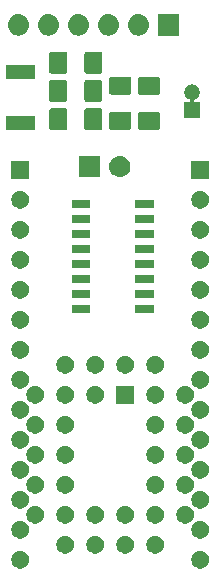
<source format=gts>
G04 #@! TF.GenerationSoftware,KiCad,Pcbnew,(5.1.0)-1*
G04 #@! TF.CreationDate,2021-03-09T16:36:58+01:00*
G04 #@! TF.ProjectId,Atari TTP and OS,41746172-6920-4545-9450-20616e64204f,rev?*
G04 #@! TF.SameCoordinates,Original*
G04 #@! TF.FileFunction,Soldermask,Top*
G04 #@! TF.FilePolarity,Negative*
%FSLAX46Y46*%
G04 Gerber Fmt 4.6, Leading zero omitted, Abs format (unit mm)*
G04 Created by KiCad (PCBNEW (5.1.0)-1) date 2021-03-09 16:36:58*
%MOMM*%
%LPD*%
G04 APERTURE LIST*
%ADD10C,0.100000*%
G04 APERTURE END LIST*
D10*
G36*
X140100125Y-102162490D02*
G01*
X140238838Y-102219947D01*
X140363672Y-102303358D01*
X140469842Y-102409528D01*
X140553253Y-102534362D01*
X140610710Y-102673075D01*
X140640000Y-102820329D01*
X140640000Y-102970471D01*
X140610710Y-103117725D01*
X140553253Y-103256438D01*
X140469842Y-103381272D01*
X140363672Y-103487442D01*
X140238838Y-103570853D01*
X140100125Y-103628310D01*
X139952871Y-103657600D01*
X139802729Y-103657600D01*
X139655475Y-103628310D01*
X139516762Y-103570853D01*
X139391928Y-103487442D01*
X139285758Y-103381272D01*
X139202347Y-103256438D01*
X139144890Y-103117725D01*
X139115600Y-102970471D01*
X139115600Y-102820329D01*
X139144890Y-102673075D01*
X139202347Y-102534362D01*
X139285758Y-102409528D01*
X139391928Y-102303358D01*
X139516762Y-102219947D01*
X139655475Y-102162490D01*
X139802729Y-102133200D01*
X139952871Y-102133200D01*
X140100125Y-102162490D01*
X140100125Y-102162490D01*
G37*
G36*
X124860125Y-102162490D02*
G01*
X124998838Y-102219947D01*
X125123672Y-102303358D01*
X125229842Y-102409528D01*
X125313253Y-102534362D01*
X125370710Y-102673075D01*
X125400000Y-102820329D01*
X125400000Y-102970471D01*
X125370710Y-103117725D01*
X125313253Y-103256438D01*
X125229842Y-103381272D01*
X125123672Y-103487442D01*
X124998838Y-103570853D01*
X124860125Y-103628310D01*
X124712871Y-103657600D01*
X124562729Y-103657600D01*
X124415475Y-103628310D01*
X124276762Y-103570853D01*
X124151928Y-103487442D01*
X124045758Y-103381272D01*
X123962347Y-103256438D01*
X123904890Y-103117725D01*
X123875600Y-102970471D01*
X123875600Y-102820329D01*
X123904890Y-102673075D01*
X123962347Y-102534362D01*
X124045758Y-102409528D01*
X124151928Y-102303358D01*
X124276762Y-102219947D01*
X124415475Y-102162490D01*
X124562729Y-102133200D01*
X124712871Y-102133200D01*
X124860125Y-102162490D01*
X124860125Y-102162490D01*
G37*
G36*
X136290125Y-100892490D02*
G01*
X136428838Y-100949947D01*
X136553672Y-101033358D01*
X136659842Y-101139528D01*
X136743253Y-101264362D01*
X136800710Y-101403075D01*
X136830000Y-101550329D01*
X136830000Y-101700471D01*
X136800710Y-101847725D01*
X136743253Y-101986438D01*
X136659842Y-102111272D01*
X136553672Y-102217442D01*
X136428838Y-102300853D01*
X136290125Y-102358310D01*
X136142871Y-102387600D01*
X135992729Y-102387600D01*
X135845475Y-102358310D01*
X135706762Y-102300853D01*
X135581928Y-102217442D01*
X135475758Y-102111272D01*
X135392347Y-101986438D01*
X135334890Y-101847725D01*
X135305600Y-101700471D01*
X135305600Y-101550329D01*
X135334890Y-101403075D01*
X135392347Y-101264362D01*
X135475758Y-101139528D01*
X135581928Y-101033358D01*
X135706762Y-100949947D01*
X135845475Y-100892490D01*
X135992729Y-100863200D01*
X136142871Y-100863200D01*
X136290125Y-100892490D01*
X136290125Y-100892490D01*
G37*
G36*
X133750125Y-100892490D02*
G01*
X133888838Y-100949947D01*
X134013672Y-101033358D01*
X134119842Y-101139528D01*
X134203253Y-101264362D01*
X134260710Y-101403075D01*
X134290000Y-101550329D01*
X134290000Y-101700471D01*
X134260710Y-101847725D01*
X134203253Y-101986438D01*
X134119842Y-102111272D01*
X134013672Y-102217442D01*
X133888838Y-102300853D01*
X133750125Y-102358310D01*
X133602871Y-102387600D01*
X133452729Y-102387600D01*
X133305475Y-102358310D01*
X133166762Y-102300853D01*
X133041928Y-102217442D01*
X132935758Y-102111272D01*
X132852347Y-101986438D01*
X132794890Y-101847725D01*
X132765600Y-101700471D01*
X132765600Y-101550329D01*
X132794890Y-101403075D01*
X132852347Y-101264362D01*
X132935758Y-101139528D01*
X133041928Y-101033358D01*
X133166762Y-100949947D01*
X133305475Y-100892490D01*
X133452729Y-100863200D01*
X133602871Y-100863200D01*
X133750125Y-100892490D01*
X133750125Y-100892490D01*
G37*
G36*
X131210125Y-100892490D02*
G01*
X131348838Y-100949947D01*
X131473672Y-101033358D01*
X131579842Y-101139528D01*
X131663253Y-101264362D01*
X131720710Y-101403075D01*
X131750000Y-101550329D01*
X131750000Y-101700471D01*
X131720710Y-101847725D01*
X131663253Y-101986438D01*
X131579842Y-102111272D01*
X131473672Y-102217442D01*
X131348838Y-102300853D01*
X131210125Y-102358310D01*
X131062871Y-102387600D01*
X130912729Y-102387600D01*
X130765475Y-102358310D01*
X130626762Y-102300853D01*
X130501928Y-102217442D01*
X130395758Y-102111272D01*
X130312347Y-101986438D01*
X130254890Y-101847725D01*
X130225600Y-101700471D01*
X130225600Y-101550329D01*
X130254890Y-101403075D01*
X130312347Y-101264362D01*
X130395758Y-101139528D01*
X130501928Y-101033358D01*
X130626762Y-100949947D01*
X130765475Y-100892490D01*
X130912729Y-100863200D01*
X131062871Y-100863200D01*
X131210125Y-100892490D01*
X131210125Y-100892490D01*
G37*
G36*
X128670125Y-100892490D02*
G01*
X128808838Y-100949947D01*
X128933672Y-101033358D01*
X129039842Y-101139528D01*
X129123253Y-101264362D01*
X129180710Y-101403075D01*
X129210000Y-101550329D01*
X129210000Y-101700471D01*
X129180710Y-101847725D01*
X129123253Y-101986438D01*
X129039842Y-102111272D01*
X128933672Y-102217442D01*
X128808838Y-102300853D01*
X128670125Y-102358310D01*
X128522871Y-102387600D01*
X128372729Y-102387600D01*
X128225475Y-102358310D01*
X128086762Y-102300853D01*
X127961928Y-102217442D01*
X127855758Y-102111272D01*
X127772347Y-101986438D01*
X127714890Y-101847725D01*
X127685600Y-101700471D01*
X127685600Y-101550329D01*
X127714890Y-101403075D01*
X127772347Y-101264362D01*
X127855758Y-101139528D01*
X127961928Y-101033358D01*
X128086762Y-100949947D01*
X128225475Y-100892490D01*
X128372729Y-100863200D01*
X128522871Y-100863200D01*
X128670125Y-100892490D01*
X128670125Y-100892490D01*
G37*
G36*
X140100125Y-99622490D02*
G01*
X140238838Y-99679947D01*
X140363672Y-99763358D01*
X140469842Y-99869528D01*
X140553253Y-99994362D01*
X140610710Y-100133075D01*
X140640000Y-100280329D01*
X140640000Y-100430471D01*
X140610710Y-100577725D01*
X140553253Y-100716438D01*
X140469842Y-100841272D01*
X140363672Y-100947442D01*
X140238838Y-101030853D01*
X140100125Y-101088310D01*
X139952871Y-101117600D01*
X139802729Y-101117600D01*
X139655475Y-101088310D01*
X139516762Y-101030853D01*
X139391928Y-100947442D01*
X139285758Y-100841272D01*
X139202347Y-100716438D01*
X139144890Y-100577725D01*
X139115600Y-100430471D01*
X139115600Y-100280329D01*
X139144890Y-100133075D01*
X139202347Y-99994362D01*
X139285758Y-99869528D01*
X139391928Y-99763358D01*
X139516762Y-99679947D01*
X139655475Y-99622490D01*
X139802729Y-99593200D01*
X139952871Y-99593200D01*
X140100125Y-99622490D01*
X140100125Y-99622490D01*
G37*
G36*
X124860125Y-99622490D02*
G01*
X124998838Y-99679947D01*
X125123672Y-99763358D01*
X125229842Y-99869528D01*
X125313253Y-99994362D01*
X125370710Y-100133075D01*
X125400000Y-100280329D01*
X125400000Y-100430471D01*
X125370710Y-100577725D01*
X125313253Y-100716438D01*
X125229842Y-100841272D01*
X125123672Y-100947442D01*
X124998838Y-101030853D01*
X124860125Y-101088310D01*
X124712871Y-101117600D01*
X124562729Y-101117600D01*
X124415475Y-101088310D01*
X124276762Y-101030853D01*
X124151928Y-100947442D01*
X124045758Y-100841272D01*
X123962347Y-100716438D01*
X123904890Y-100577725D01*
X123875600Y-100430471D01*
X123875600Y-100280329D01*
X123904890Y-100133075D01*
X123962347Y-99994362D01*
X124045758Y-99869528D01*
X124151928Y-99763358D01*
X124276762Y-99679947D01*
X124415475Y-99622490D01*
X124562729Y-99593200D01*
X124712871Y-99593200D01*
X124860125Y-99622490D01*
X124860125Y-99622490D01*
G37*
G36*
X136290125Y-98352490D02*
G01*
X136428838Y-98409947D01*
X136553672Y-98493358D01*
X136659842Y-98599528D01*
X136743253Y-98724362D01*
X136800710Y-98863075D01*
X136830000Y-99010329D01*
X136830000Y-99160471D01*
X136800710Y-99307725D01*
X136743253Y-99446438D01*
X136659842Y-99571272D01*
X136553672Y-99677442D01*
X136428838Y-99760853D01*
X136290125Y-99818310D01*
X136142871Y-99847600D01*
X135992729Y-99847600D01*
X135845475Y-99818310D01*
X135706762Y-99760853D01*
X135581928Y-99677442D01*
X135475758Y-99571272D01*
X135392347Y-99446438D01*
X135334890Y-99307725D01*
X135305600Y-99160471D01*
X135305600Y-99010329D01*
X135334890Y-98863075D01*
X135392347Y-98724362D01*
X135475758Y-98599528D01*
X135581928Y-98493358D01*
X135706762Y-98409947D01*
X135845475Y-98352490D01*
X135992729Y-98323200D01*
X136142871Y-98323200D01*
X136290125Y-98352490D01*
X136290125Y-98352490D01*
G37*
G36*
X138830125Y-98352490D02*
G01*
X138968838Y-98409947D01*
X139093672Y-98493358D01*
X139199842Y-98599528D01*
X139283253Y-98724362D01*
X139340710Y-98863075D01*
X139370000Y-99010329D01*
X139370000Y-99160471D01*
X139340710Y-99307725D01*
X139283253Y-99446438D01*
X139199842Y-99571272D01*
X139093672Y-99677442D01*
X138968838Y-99760853D01*
X138830125Y-99818310D01*
X138682871Y-99847600D01*
X138532729Y-99847600D01*
X138385475Y-99818310D01*
X138246762Y-99760853D01*
X138121928Y-99677442D01*
X138015758Y-99571272D01*
X137932347Y-99446438D01*
X137874890Y-99307725D01*
X137845600Y-99160471D01*
X137845600Y-99010329D01*
X137874890Y-98863075D01*
X137932347Y-98724362D01*
X138015758Y-98599528D01*
X138121928Y-98493358D01*
X138246762Y-98409947D01*
X138385475Y-98352490D01*
X138532729Y-98323200D01*
X138682871Y-98323200D01*
X138830125Y-98352490D01*
X138830125Y-98352490D01*
G37*
G36*
X133750125Y-98352490D02*
G01*
X133888838Y-98409947D01*
X134013672Y-98493358D01*
X134119842Y-98599528D01*
X134203253Y-98724362D01*
X134260710Y-98863075D01*
X134290000Y-99010329D01*
X134290000Y-99160471D01*
X134260710Y-99307725D01*
X134203253Y-99446438D01*
X134119842Y-99571272D01*
X134013672Y-99677442D01*
X133888838Y-99760853D01*
X133750125Y-99818310D01*
X133602871Y-99847600D01*
X133452729Y-99847600D01*
X133305475Y-99818310D01*
X133166762Y-99760853D01*
X133041928Y-99677442D01*
X132935758Y-99571272D01*
X132852347Y-99446438D01*
X132794890Y-99307725D01*
X132765600Y-99160471D01*
X132765600Y-99010329D01*
X132794890Y-98863075D01*
X132852347Y-98724362D01*
X132935758Y-98599528D01*
X133041928Y-98493358D01*
X133166762Y-98409947D01*
X133305475Y-98352490D01*
X133452729Y-98323200D01*
X133602871Y-98323200D01*
X133750125Y-98352490D01*
X133750125Y-98352490D01*
G37*
G36*
X126130125Y-98352490D02*
G01*
X126268838Y-98409947D01*
X126393672Y-98493358D01*
X126499842Y-98599528D01*
X126583253Y-98724362D01*
X126640710Y-98863075D01*
X126670000Y-99010329D01*
X126670000Y-99160471D01*
X126640710Y-99307725D01*
X126583253Y-99446438D01*
X126499842Y-99571272D01*
X126393672Y-99677442D01*
X126268838Y-99760853D01*
X126130125Y-99818310D01*
X125982871Y-99847600D01*
X125832729Y-99847600D01*
X125685475Y-99818310D01*
X125546762Y-99760853D01*
X125421928Y-99677442D01*
X125315758Y-99571272D01*
X125232347Y-99446438D01*
X125174890Y-99307725D01*
X125145600Y-99160471D01*
X125145600Y-99010329D01*
X125174890Y-98863075D01*
X125232347Y-98724362D01*
X125315758Y-98599528D01*
X125421928Y-98493358D01*
X125546762Y-98409947D01*
X125685475Y-98352490D01*
X125832729Y-98323200D01*
X125982871Y-98323200D01*
X126130125Y-98352490D01*
X126130125Y-98352490D01*
G37*
G36*
X128670125Y-98352490D02*
G01*
X128808838Y-98409947D01*
X128933672Y-98493358D01*
X129039842Y-98599528D01*
X129123253Y-98724362D01*
X129180710Y-98863075D01*
X129210000Y-99010329D01*
X129210000Y-99160471D01*
X129180710Y-99307725D01*
X129123253Y-99446438D01*
X129039842Y-99571272D01*
X128933672Y-99677442D01*
X128808838Y-99760853D01*
X128670125Y-99818310D01*
X128522871Y-99847600D01*
X128372729Y-99847600D01*
X128225475Y-99818310D01*
X128086762Y-99760853D01*
X127961928Y-99677442D01*
X127855758Y-99571272D01*
X127772347Y-99446438D01*
X127714890Y-99307725D01*
X127685600Y-99160471D01*
X127685600Y-99010329D01*
X127714890Y-98863075D01*
X127772347Y-98724362D01*
X127855758Y-98599528D01*
X127961928Y-98493358D01*
X128086762Y-98409947D01*
X128225475Y-98352490D01*
X128372729Y-98323200D01*
X128522871Y-98323200D01*
X128670125Y-98352490D01*
X128670125Y-98352490D01*
G37*
G36*
X131210125Y-98352490D02*
G01*
X131348838Y-98409947D01*
X131473672Y-98493358D01*
X131579842Y-98599528D01*
X131663253Y-98724362D01*
X131720710Y-98863075D01*
X131750000Y-99010329D01*
X131750000Y-99160471D01*
X131720710Y-99307725D01*
X131663253Y-99446438D01*
X131579842Y-99571272D01*
X131473672Y-99677442D01*
X131348838Y-99760853D01*
X131210125Y-99818310D01*
X131062871Y-99847600D01*
X130912729Y-99847600D01*
X130765475Y-99818310D01*
X130626762Y-99760853D01*
X130501928Y-99677442D01*
X130395758Y-99571272D01*
X130312347Y-99446438D01*
X130254890Y-99307725D01*
X130225600Y-99160471D01*
X130225600Y-99010329D01*
X130254890Y-98863075D01*
X130312347Y-98724362D01*
X130395758Y-98599528D01*
X130501928Y-98493358D01*
X130626762Y-98409947D01*
X130765475Y-98352490D01*
X130912729Y-98323200D01*
X131062871Y-98323200D01*
X131210125Y-98352490D01*
X131210125Y-98352490D01*
G37*
G36*
X124860125Y-97082490D02*
G01*
X124998838Y-97139947D01*
X125123672Y-97223358D01*
X125229842Y-97329528D01*
X125313253Y-97454362D01*
X125370710Y-97593075D01*
X125400000Y-97740329D01*
X125400000Y-97890471D01*
X125370710Y-98037725D01*
X125313253Y-98176438D01*
X125229842Y-98301272D01*
X125123672Y-98407442D01*
X124998838Y-98490853D01*
X124860125Y-98548310D01*
X124712871Y-98577600D01*
X124562729Y-98577600D01*
X124415475Y-98548310D01*
X124276762Y-98490853D01*
X124151928Y-98407442D01*
X124045758Y-98301272D01*
X123962347Y-98176438D01*
X123904890Y-98037725D01*
X123875600Y-97890471D01*
X123875600Y-97740329D01*
X123904890Y-97593075D01*
X123962347Y-97454362D01*
X124045758Y-97329528D01*
X124151928Y-97223358D01*
X124276762Y-97139947D01*
X124415475Y-97082490D01*
X124562729Y-97053200D01*
X124712871Y-97053200D01*
X124860125Y-97082490D01*
X124860125Y-97082490D01*
G37*
G36*
X140100125Y-97082490D02*
G01*
X140238838Y-97139947D01*
X140363672Y-97223358D01*
X140469842Y-97329528D01*
X140553253Y-97454362D01*
X140610710Y-97593075D01*
X140640000Y-97740329D01*
X140640000Y-97890471D01*
X140610710Y-98037725D01*
X140553253Y-98176438D01*
X140469842Y-98301272D01*
X140363672Y-98407442D01*
X140238838Y-98490853D01*
X140100125Y-98548310D01*
X139952871Y-98577600D01*
X139802729Y-98577600D01*
X139655475Y-98548310D01*
X139516762Y-98490853D01*
X139391928Y-98407442D01*
X139285758Y-98301272D01*
X139202347Y-98176438D01*
X139144890Y-98037725D01*
X139115600Y-97890471D01*
X139115600Y-97740329D01*
X139144890Y-97593075D01*
X139202347Y-97454362D01*
X139285758Y-97329528D01*
X139391928Y-97223358D01*
X139516762Y-97139947D01*
X139655475Y-97082490D01*
X139802729Y-97053200D01*
X139952871Y-97053200D01*
X140100125Y-97082490D01*
X140100125Y-97082490D01*
G37*
G36*
X128670125Y-95812490D02*
G01*
X128808838Y-95869947D01*
X128933672Y-95953358D01*
X129039842Y-96059528D01*
X129123253Y-96184362D01*
X129180710Y-96323075D01*
X129210000Y-96470329D01*
X129210000Y-96620471D01*
X129180710Y-96767725D01*
X129123253Y-96906438D01*
X129039842Y-97031272D01*
X128933672Y-97137442D01*
X128808838Y-97220853D01*
X128670125Y-97278310D01*
X128522871Y-97307600D01*
X128372729Y-97307600D01*
X128225475Y-97278310D01*
X128086762Y-97220853D01*
X127961928Y-97137442D01*
X127855758Y-97031272D01*
X127772347Y-96906438D01*
X127714890Y-96767725D01*
X127685600Y-96620471D01*
X127685600Y-96470329D01*
X127714890Y-96323075D01*
X127772347Y-96184362D01*
X127855758Y-96059528D01*
X127961928Y-95953358D01*
X128086762Y-95869947D01*
X128225475Y-95812490D01*
X128372729Y-95783200D01*
X128522871Y-95783200D01*
X128670125Y-95812490D01*
X128670125Y-95812490D01*
G37*
G36*
X126130125Y-95812490D02*
G01*
X126268838Y-95869947D01*
X126393672Y-95953358D01*
X126499842Y-96059528D01*
X126583253Y-96184362D01*
X126640710Y-96323075D01*
X126670000Y-96470329D01*
X126670000Y-96620471D01*
X126640710Y-96767725D01*
X126583253Y-96906438D01*
X126499842Y-97031272D01*
X126393672Y-97137442D01*
X126268838Y-97220853D01*
X126130125Y-97278310D01*
X125982871Y-97307600D01*
X125832729Y-97307600D01*
X125685475Y-97278310D01*
X125546762Y-97220853D01*
X125421928Y-97137442D01*
X125315758Y-97031272D01*
X125232347Y-96906438D01*
X125174890Y-96767725D01*
X125145600Y-96620471D01*
X125145600Y-96470329D01*
X125174890Y-96323075D01*
X125232347Y-96184362D01*
X125315758Y-96059528D01*
X125421928Y-95953358D01*
X125546762Y-95869947D01*
X125685475Y-95812490D01*
X125832729Y-95783200D01*
X125982871Y-95783200D01*
X126130125Y-95812490D01*
X126130125Y-95812490D01*
G37*
G36*
X138830125Y-95812490D02*
G01*
X138968838Y-95869947D01*
X139093672Y-95953358D01*
X139199842Y-96059528D01*
X139283253Y-96184362D01*
X139340710Y-96323075D01*
X139370000Y-96470329D01*
X139370000Y-96620471D01*
X139340710Y-96767725D01*
X139283253Y-96906438D01*
X139199842Y-97031272D01*
X139093672Y-97137442D01*
X138968838Y-97220853D01*
X138830125Y-97278310D01*
X138682871Y-97307600D01*
X138532729Y-97307600D01*
X138385475Y-97278310D01*
X138246762Y-97220853D01*
X138121928Y-97137442D01*
X138015758Y-97031272D01*
X137932347Y-96906438D01*
X137874890Y-96767725D01*
X137845600Y-96620471D01*
X137845600Y-96470329D01*
X137874890Y-96323075D01*
X137932347Y-96184362D01*
X138015758Y-96059528D01*
X138121928Y-95953358D01*
X138246762Y-95869947D01*
X138385475Y-95812490D01*
X138532729Y-95783200D01*
X138682871Y-95783200D01*
X138830125Y-95812490D01*
X138830125Y-95812490D01*
G37*
G36*
X136290125Y-95812490D02*
G01*
X136428838Y-95869947D01*
X136553672Y-95953358D01*
X136659842Y-96059528D01*
X136743253Y-96184362D01*
X136800710Y-96323075D01*
X136830000Y-96470329D01*
X136830000Y-96620471D01*
X136800710Y-96767725D01*
X136743253Y-96906438D01*
X136659842Y-97031272D01*
X136553672Y-97137442D01*
X136428838Y-97220853D01*
X136290125Y-97278310D01*
X136142871Y-97307600D01*
X135992729Y-97307600D01*
X135845475Y-97278310D01*
X135706762Y-97220853D01*
X135581928Y-97137442D01*
X135475758Y-97031272D01*
X135392347Y-96906438D01*
X135334890Y-96767725D01*
X135305600Y-96620471D01*
X135305600Y-96470329D01*
X135334890Y-96323075D01*
X135392347Y-96184362D01*
X135475758Y-96059528D01*
X135581928Y-95953358D01*
X135706762Y-95869947D01*
X135845475Y-95812490D01*
X135992729Y-95783200D01*
X136142871Y-95783200D01*
X136290125Y-95812490D01*
X136290125Y-95812490D01*
G37*
G36*
X140100125Y-94542490D02*
G01*
X140238838Y-94599947D01*
X140363672Y-94683358D01*
X140469842Y-94789528D01*
X140553253Y-94914362D01*
X140610710Y-95053075D01*
X140640000Y-95200329D01*
X140640000Y-95350471D01*
X140610710Y-95497725D01*
X140553253Y-95636438D01*
X140469842Y-95761272D01*
X140363672Y-95867442D01*
X140238838Y-95950853D01*
X140100125Y-96008310D01*
X139952871Y-96037600D01*
X139802729Y-96037600D01*
X139655475Y-96008310D01*
X139516762Y-95950853D01*
X139391928Y-95867442D01*
X139285758Y-95761272D01*
X139202347Y-95636438D01*
X139144890Y-95497725D01*
X139115600Y-95350471D01*
X139115600Y-95200329D01*
X139144890Y-95053075D01*
X139202347Y-94914362D01*
X139285758Y-94789528D01*
X139391928Y-94683358D01*
X139516762Y-94599947D01*
X139655475Y-94542490D01*
X139802729Y-94513200D01*
X139952871Y-94513200D01*
X140100125Y-94542490D01*
X140100125Y-94542490D01*
G37*
G36*
X124860125Y-94542490D02*
G01*
X124998838Y-94599947D01*
X125123672Y-94683358D01*
X125229842Y-94789528D01*
X125313253Y-94914362D01*
X125370710Y-95053075D01*
X125400000Y-95200329D01*
X125400000Y-95350471D01*
X125370710Y-95497725D01*
X125313253Y-95636438D01*
X125229842Y-95761272D01*
X125123672Y-95867442D01*
X124998838Y-95950853D01*
X124860125Y-96008310D01*
X124712871Y-96037600D01*
X124562729Y-96037600D01*
X124415475Y-96008310D01*
X124276762Y-95950853D01*
X124151928Y-95867442D01*
X124045758Y-95761272D01*
X123962347Y-95636438D01*
X123904890Y-95497725D01*
X123875600Y-95350471D01*
X123875600Y-95200329D01*
X123904890Y-95053075D01*
X123962347Y-94914362D01*
X124045758Y-94789528D01*
X124151928Y-94683358D01*
X124276762Y-94599947D01*
X124415475Y-94542490D01*
X124562729Y-94513200D01*
X124712871Y-94513200D01*
X124860125Y-94542490D01*
X124860125Y-94542490D01*
G37*
G36*
X128670125Y-93272490D02*
G01*
X128808838Y-93329947D01*
X128933672Y-93413358D01*
X129039842Y-93519528D01*
X129123253Y-93644362D01*
X129180710Y-93783075D01*
X129210000Y-93930329D01*
X129210000Y-94080471D01*
X129180710Y-94227725D01*
X129123253Y-94366438D01*
X129039842Y-94491272D01*
X128933672Y-94597442D01*
X128808838Y-94680853D01*
X128670125Y-94738310D01*
X128522871Y-94767600D01*
X128372729Y-94767600D01*
X128225475Y-94738310D01*
X128086762Y-94680853D01*
X127961928Y-94597442D01*
X127855758Y-94491272D01*
X127772347Y-94366438D01*
X127714890Y-94227725D01*
X127685600Y-94080471D01*
X127685600Y-93930329D01*
X127714890Y-93783075D01*
X127772347Y-93644362D01*
X127855758Y-93519528D01*
X127961928Y-93413358D01*
X128086762Y-93329947D01*
X128225475Y-93272490D01*
X128372729Y-93243200D01*
X128522871Y-93243200D01*
X128670125Y-93272490D01*
X128670125Y-93272490D01*
G37*
G36*
X126130125Y-93272490D02*
G01*
X126268838Y-93329947D01*
X126393672Y-93413358D01*
X126499842Y-93519528D01*
X126583253Y-93644362D01*
X126640710Y-93783075D01*
X126670000Y-93930329D01*
X126670000Y-94080471D01*
X126640710Y-94227725D01*
X126583253Y-94366438D01*
X126499842Y-94491272D01*
X126393672Y-94597442D01*
X126268838Y-94680853D01*
X126130125Y-94738310D01*
X125982871Y-94767600D01*
X125832729Y-94767600D01*
X125685475Y-94738310D01*
X125546762Y-94680853D01*
X125421928Y-94597442D01*
X125315758Y-94491272D01*
X125232347Y-94366438D01*
X125174890Y-94227725D01*
X125145600Y-94080471D01*
X125145600Y-93930329D01*
X125174890Y-93783075D01*
X125232347Y-93644362D01*
X125315758Y-93519528D01*
X125421928Y-93413358D01*
X125546762Y-93329947D01*
X125685475Y-93272490D01*
X125832729Y-93243200D01*
X125982871Y-93243200D01*
X126130125Y-93272490D01*
X126130125Y-93272490D01*
G37*
G36*
X138830125Y-93272490D02*
G01*
X138968838Y-93329947D01*
X139093672Y-93413358D01*
X139199842Y-93519528D01*
X139283253Y-93644362D01*
X139340710Y-93783075D01*
X139370000Y-93930329D01*
X139370000Y-94080471D01*
X139340710Y-94227725D01*
X139283253Y-94366438D01*
X139199842Y-94491272D01*
X139093672Y-94597442D01*
X138968838Y-94680853D01*
X138830125Y-94738310D01*
X138682871Y-94767600D01*
X138532729Y-94767600D01*
X138385475Y-94738310D01*
X138246762Y-94680853D01*
X138121928Y-94597442D01*
X138015758Y-94491272D01*
X137932347Y-94366438D01*
X137874890Y-94227725D01*
X137845600Y-94080471D01*
X137845600Y-93930329D01*
X137874890Y-93783075D01*
X137932347Y-93644362D01*
X138015758Y-93519528D01*
X138121928Y-93413358D01*
X138246762Y-93329947D01*
X138385475Y-93272490D01*
X138532729Y-93243200D01*
X138682871Y-93243200D01*
X138830125Y-93272490D01*
X138830125Y-93272490D01*
G37*
G36*
X136290125Y-93272490D02*
G01*
X136428838Y-93329947D01*
X136553672Y-93413358D01*
X136659842Y-93519528D01*
X136743253Y-93644362D01*
X136800710Y-93783075D01*
X136830000Y-93930329D01*
X136830000Y-94080471D01*
X136800710Y-94227725D01*
X136743253Y-94366438D01*
X136659842Y-94491272D01*
X136553672Y-94597442D01*
X136428838Y-94680853D01*
X136290125Y-94738310D01*
X136142871Y-94767600D01*
X135992729Y-94767600D01*
X135845475Y-94738310D01*
X135706762Y-94680853D01*
X135581928Y-94597442D01*
X135475758Y-94491272D01*
X135392347Y-94366438D01*
X135334890Y-94227725D01*
X135305600Y-94080471D01*
X135305600Y-93930329D01*
X135334890Y-93783075D01*
X135392347Y-93644362D01*
X135475758Y-93519528D01*
X135581928Y-93413358D01*
X135706762Y-93329947D01*
X135845475Y-93272490D01*
X135992729Y-93243200D01*
X136142871Y-93243200D01*
X136290125Y-93272490D01*
X136290125Y-93272490D01*
G37*
G36*
X140100125Y-92002490D02*
G01*
X140238838Y-92059947D01*
X140363672Y-92143358D01*
X140469842Y-92249528D01*
X140553253Y-92374362D01*
X140610710Y-92513075D01*
X140640000Y-92660329D01*
X140640000Y-92810471D01*
X140610710Y-92957725D01*
X140553253Y-93096438D01*
X140469842Y-93221272D01*
X140363672Y-93327442D01*
X140238838Y-93410853D01*
X140100125Y-93468310D01*
X139952871Y-93497600D01*
X139802729Y-93497600D01*
X139655475Y-93468310D01*
X139516762Y-93410853D01*
X139391928Y-93327442D01*
X139285758Y-93221272D01*
X139202347Y-93096438D01*
X139144890Y-92957725D01*
X139115600Y-92810471D01*
X139115600Y-92660329D01*
X139144890Y-92513075D01*
X139202347Y-92374362D01*
X139285758Y-92249528D01*
X139391928Y-92143358D01*
X139516762Y-92059947D01*
X139655475Y-92002490D01*
X139802729Y-91973200D01*
X139952871Y-91973200D01*
X140100125Y-92002490D01*
X140100125Y-92002490D01*
G37*
G36*
X124860125Y-92002490D02*
G01*
X124998838Y-92059947D01*
X125123672Y-92143358D01*
X125229842Y-92249528D01*
X125313253Y-92374362D01*
X125370710Y-92513075D01*
X125400000Y-92660329D01*
X125400000Y-92810471D01*
X125370710Y-92957725D01*
X125313253Y-93096438D01*
X125229842Y-93221272D01*
X125123672Y-93327442D01*
X124998838Y-93410853D01*
X124860125Y-93468310D01*
X124712871Y-93497600D01*
X124562729Y-93497600D01*
X124415475Y-93468310D01*
X124276762Y-93410853D01*
X124151928Y-93327442D01*
X124045758Y-93221272D01*
X123962347Y-93096438D01*
X123904890Y-92957725D01*
X123875600Y-92810471D01*
X123875600Y-92660329D01*
X123904890Y-92513075D01*
X123962347Y-92374362D01*
X124045758Y-92249528D01*
X124151928Y-92143358D01*
X124276762Y-92059947D01*
X124415475Y-92002490D01*
X124562729Y-91973200D01*
X124712871Y-91973200D01*
X124860125Y-92002490D01*
X124860125Y-92002490D01*
G37*
G36*
X128670125Y-90732490D02*
G01*
X128808838Y-90789947D01*
X128933672Y-90873358D01*
X129039842Y-90979528D01*
X129123253Y-91104362D01*
X129180710Y-91243075D01*
X129210000Y-91390329D01*
X129210000Y-91540471D01*
X129180710Y-91687725D01*
X129123253Y-91826438D01*
X129039842Y-91951272D01*
X128933672Y-92057442D01*
X128808838Y-92140853D01*
X128670125Y-92198310D01*
X128522871Y-92227600D01*
X128372729Y-92227600D01*
X128225475Y-92198310D01*
X128086762Y-92140853D01*
X127961928Y-92057442D01*
X127855758Y-91951272D01*
X127772347Y-91826438D01*
X127714890Y-91687725D01*
X127685600Y-91540471D01*
X127685600Y-91390329D01*
X127714890Y-91243075D01*
X127772347Y-91104362D01*
X127855758Y-90979528D01*
X127961928Y-90873358D01*
X128086762Y-90789947D01*
X128225475Y-90732490D01*
X128372729Y-90703200D01*
X128522871Y-90703200D01*
X128670125Y-90732490D01*
X128670125Y-90732490D01*
G37*
G36*
X136290125Y-90732490D02*
G01*
X136428838Y-90789947D01*
X136553672Y-90873358D01*
X136659842Y-90979528D01*
X136743253Y-91104362D01*
X136800710Y-91243075D01*
X136830000Y-91390329D01*
X136830000Y-91540471D01*
X136800710Y-91687725D01*
X136743253Y-91826438D01*
X136659842Y-91951272D01*
X136553672Y-92057442D01*
X136428838Y-92140853D01*
X136290125Y-92198310D01*
X136142871Y-92227600D01*
X135992729Y-92227600D01*
X135845475Y-92198310D01*
X135706762Y-92140853D01*
X135581928Y-92057442D01*
X135475758Y-91951272D01*
X135392347Y-91826438D01*
X135334890Y-91687725D01*
X135305600Y-91540471D01*
X135305600Y-91390329D01*
X135334890Y-91243075D01*
X135392347Y-91104362D01*
X135475758Y-90979528D01*
X135581928Y-90873358D01*
X135706762Y-90789947D01*
X135845475Y-90732490D01*
X135992729Y-90703200D01*
X136142871Y-90703200D01*
X136290125Y-90732490D01*
X136290125Y-90732490D01*
G37*
G36*
X138830125Y-90732490D02*
G01*
X138968838Y-90789947D01*
X139093672Y-90873358D01*
X139199842Y-90979528D01*
X139283253Y-91104362D01*
X139340710Y-91243075D01*
X139370000Y-91390329D01*
X139370000Y-91540471D01*
X139340710Y-91687725D01*
X139283253Y-91826438D01*
X139199842Y-91951272D01*
X139093672Y-92057442D01*
X138968838Y-92140853D01*
X138830125Y-92198310D01*
X138682871Y-92227600D01*
X138532729Y-92227600D01*
X138385475Y-92198310D01*
X138246762Y-92140853D01*
X138121928Y-92057442D01*
X138015758Y-91951272D01*
X137932347Y-91826438D01*
X137874890Y-91687725D01*
X137845600Y-91540471D01*
X137845600Y-91390329D01*
X137874890Y-91243075D01*
X137932347Y-91104362D01*
X138015758Y-90979528D01*
X138121928Y-90873358D01*
X138246762Y-90789947D01*
X138385475Y-90732490D01*
X138532729Y-90703200D01*
X138682871Y-90703200D01*
X138830125Y-90732490D01*
X138830125Y-90732490D01*
G37*
G36*
X126130125Y-90732490D02*
G01*
X126268838Y-90789947D01*
X126393672Y-90873358D01*
X126499842Y-90979528D01*
X126583253Y-91104362D01*
X126640710Y-91243075D01*
X126670000Y-91390329D01*
X126670000Y-91540471D01*
X126640710Y-91687725D01*
X126583253Y-91826438D01*
X126499842Y-91951272D01*
X126393672Y-92057442D01*
X126268838Y-92140853D01*
X126130125Y-92198310D01*
X125982871Y-92227600D01*
X125832729Y-92227600D01*
X125685475Y-92198310D01*
X125546762Y-92140853D01*
X125421928Y-92057442D01*
X125315758Y-91951272D01*
X125232347Y-91826438D01*
X125174890Y-91687725D01*
X125145600Y-91540471D01*
X125145600Y-91390329D01*
X125174890Y-91243075D01*
X125232347Y-91104362D01*
X125315758Y-90979528D01*
X125421928Y-90873358D01*
X125546762Y-90789947D01*
X125685475Y-90732490D01*
X125832729Y-90703200D01*
X125982871Y-90703200D01*
X126130125Y-90732490D01*
X126130125Y-90732490D01*
G37*
G36*
X124860125Y-89462490D02*
G01*
X124998838Y-89519947D01*
X125123672Y-89603358D01*
X125229842Y-89709528D01*
X125313253Y-89834362D01*
X125370710Y-89973075D01*
X125400000Y-90120329D01*
X125400000Y-90270471D01*
X125370710Y-90417725D01*
X125313253Y-90556438D01*
X125229842Y-90681272D01*
X125123672Y-90787442D01*
X124998838Y-90870853D01*
X124860125Y-90928310D01*
X124712871Y-90957600D01*
X124562729Y-90957600D01*
X124415475Y-90928310D01*
X124276762Y-90870853D01*
X124151928Y-90787442D01*
X124045758Y-90681272D01*
X123962347Y-90556438D01*
X123904890Y-90417725D01*
X123875600Y-90270471D01*
X123875600Y-90120329D01*
X123904890Y-89973075D01*
X123962347Y-89834362D01*
X124045758Y-89709528D01*
X124151928Y-89603358D01*
X124276762Y-89519947D01*
X124415475Y-89462490D01*
X124562729Y-89433200D01*
X124712871Y-89433200D01*
X124860125Y-89462490D01*
X124860125Y-89462490D01*
G37*
G36*
X140100125Y-89462490D02*
G01*
X140238838Y-89519947D01*
X140363672Y-89603358D01*
X140469842Y-89709528D01*
X140553253Y-89834362D01*
X140610710Y-89973075D01*
X140640000Y-90120329D01*
X140640000Y-90270471D01*
X140610710Y-90417725D01*
X140553253Y-90556438D01*
X140469842Y-90681272D01*
X140363672Y-90787442D01*
X140238838Y-90870853D01*
X140100125Y-90928310D01*
X139952871Y-90957600D01*
X139802729Y-90957600D01*
X139655475Y-90928310D01*
X139516762Y-90870853D01*
X139391928Y-90787442D01*
X139285758Y-90681272D01*
X139202347Y-90556438D01*
X139144890Y-90417725D01*
X139115600Y-90270471D01*
X139115600Y-90120329D01*
X139144890Y-89973075D01*
X139202347Y-89834362D01*
X139285758Y-89709528D01*
X139391928Y-89603358D01*
X139516762Y-89519947D01*
X139655475Y-89462490D01*
X139802729Y-89433200D01*
X139952871Y-89433200D01*
X140100125Y-89462490D01*
X140100125Y-89462490D01*
G37*
G36*
X138830125Y-88192490D02*
G01*
X138968838Y-88249947D01*
X139093672Y-88333358D01*
X139199842Y-88439528D01*
X139283253Y-88564362D01*
X139340710Y-88703075D01*
X139370000Y-88850329D01*
X139370000Y-89000471D01*
X139340710Y-89147725D01*
X139283253Y-89286438D01*
X139199842Y-89411272D01*
X139093672Y-89517442D01*
X138968838Y-89600853D01*
X138830125Y-89658310D01*
X138682871Y-89687600D01*
X138532729Y-89687600D01*
X138385475Y-89658310D01*
X138246762Y-89600853D01*
X138121928Y-89517442D01*
X138015758Y-89411272D01*
X137932347Y-89286438D01*
X137874890Y-89147725D01*
X137845600Y-89000471D01*
X137845600Y-88850329D01*
X137874890Y-88703075D01*
X137932347Y-88564362D01*
X138015758Y-88439528D01*
X138121928Y-88333358D01*
X138246762Y-88249947D01*
X138385475Y-88192490D01*
X138532729Y-88163200D01*
X138682871Y-88163200D01*
X138830125Y-88192490D01*
X138830125Y-88192490D01*
G37*
G36*
X131210125Y-88192490D02*
G01*
X131348838Y-88249947D01*
X131473672Y-88333358D01*
X131579842Y-88439528D01*
X131663253Y-88564362D01*
X131720710Y-88703075D01*
X131750000Y-88850329D01*
X131750000Y-89000471D01*
X131720710Y-89147725D01*
X131663253Y-89286438D01*
X131579842Y-89411272D01*
X131473672Y-89517442D01*
X131348838Y-89600853D01*
X131210125Y-89658310D01*
X131062871Y-89687600D01*
X130912729Y-89687600D01*
X130765475Y-89658310D01*
X130626762Y-89600853D01*
X130501928Y-89517442D01*
X130395758Y-89411272D01*
X130312347Y-89286438D01*
X130254890Y-89147725D01*
X130225600Y-89000471D01*
X130225600Y-88850329D01*
X130254890Y-88703075D01*
X130312347Y-88564362D01*
X130395758Y-88439528D01*
X130501928Y-88333358D01*
X130626762Y-88249947D01*
X130765475Y-88192490D01*
X130912729Y-88163200D01*
X131062871Y-88163200D01*
X131210125Y-88192490D01*
X131210125Y-88192490D01*
G37*
G36*
X128670125Y-88192490D02*
G01*
X128808838Y-88249947D01*
X128933672Y-88333358D01*
X129039842Y-88439528D01*
X129123253Y-88564362D01*
X129180710Y-88703075D01*
X129210000Y-88850329D01*
X129210000Y-89000471D01*
X129180710Y-89147725D01*
X129123253Y-89286438D01*
X129039842Y-89411272D01*
X128933672Y-89517442D01*
X128808838Y-89600853D01*
X128670125Y-89658310D01*
X128522871Y-89687600D01*
X128372729Y-89687600D01*
X128225475Y-89658310D01*
X128086762Y-89600853D01*
X127961928Y-89517442D01*
X127855758Y-89411272D01*
X127772347Y-89286438D01*
X127714890Y-89147725D01*
X127685600Y-89000471D01*
X127685600Y-88850329D01*
X127714890Y-88703075D01*
X127772347Y-88564362D01*
X127855758Y-88439528D01*
X127961928Y-88333358D01*
X128086762Y-88249947D01*
X128225475Y-88192490D01*
X128372729Y-88163200D01*
X128522871Y-88163200D01*
X128670125Y-88192490D01*
X128670125Y-88192490D01*
G37*
G36*
X136290125Y-88192490D02*
G01*
X136428838Y-88249947D01*
X136553672Y-88333358D01*
X136659842Y-88439528D01*
X136743253Y-88564362D01*
X136800710Y-88703075D01*
X136830000Y-88850329D01*
X136830000Y-89000471D01*
X136800710Y-89147725D01*
X136743253Y-89286438D01*
X136659842Y-89411272D01*
X136553672Y-89517442D01*
X136428838Y-89600853D01*
X136290125Y-89658310D01*
X136142871Y-89687600D01*
X135992729Y-89687600D01*
X135845475Y-89658310D01*
X135706762Y-89600853D01*
X135581928Y-89517442D01*
X135475758Y-89411272D01*
X135392347Y-89286438D01*
X135334890Y-89147725D01*
X135305600Y-89000471D01*
X135305600Y-88850329D01*
X135334890Y-88703075D01*
X135392347Y-88564362D01*
X135475758Y-88439528D01*
X135581928Y-88333358D01*
X135706762Y-88249947D01*
X135845475Y-88192490D01*
X135992729Y-88163200D01*
X136142871Y-88163200D01*
X136290125Y-88192490D01*
X136290125Y-88192490D01*
G37*
G36*
X126130125Y-88192490D02*
G01*
X126268838Y-88249947D01*
X126393672Y-88333358D01*
X126499842Y-88439528D01*
X126583253Y-88564362D01*
X126640710Y-88703075D01*
X126670000Y-88850329D01*
X126670000Y-89000471D01*
X126640710Y-89147725D01*
X126583253Y-89286438D01*
X126499842Y-89411272D01*
X126393672Y-89517442D01*
X126268838Y-89600853D01*
X126130125Y-89658310D01*
X125982871Y-89687600D01*
X125832729Y-89687600D01*
X125685475Y-89658310D01*
X125546762Y-89600853D01*
X125421928Y-89517442D01*
X125315758Y-89411272D01*
X125232347Y-89286438D01*
X125174890Y-89147725D01*
X125145600Y-89000471D01*
X125145600Y-88850329D01*
X125174890Y-88703075D01*
X125232347Y-88564362D01*
X125315758Y-88439528D01*
X125421928Y-88333358D01*
X125546762Y-88249947D01*
X125685475Y-88192490D01*
X125832729Y-88163200D01*
X125982871Y-88163200D01*
X126130125Y-88192490D01*
X126130125Y-88192490D01*
G37*
G36*
X134290000Y-89687600D02*
G01*
X132765600Y-89687600D01*
X132765600Y-88163200D01*
X134290000Y-88163200D01*
X134290000Y-89687600D01*
X134290000Y-89687600D01*
G37*
G36*
X124860125Y-86922490D02*
G01*
X124998838Y-86979947D01*
X125123672Y-87063358D01*
X125229842Y-87169528D01*
X125313253Y-87294362D01*
X125370710Y-87433075D01*
X125400000Y-87580329D01*
X125400000Y-87730471D01*
X125370710Y-87877725D01*
X125313253Y-88016438D01*
X125229842Y-88141272D01*
X125123672Y-88247442D01*
X124998838Y-88330853D01*
X124860125Y-88388310D01*
X124712871Y-88417600D01*
X124562729Y-88417600D01*
X124415475Y-88388310D01*
X124276762Y-88330853D01*
X124151928Y-88247442D01*
X124045758Y-88141272D01*
X123962347Y-88016438D01*
X123904890Y-87877725D01*
X123875600Y-87730471D01*
X123875600Y-87580329D01*
X123904890Y-87433075D01*
X123962347Y-87294362D01*
X124045758Y-87169528D01*
X124151928Y-87063358D01*
X124276762Y-86979947D01*
X124415475Y-86922490D01*
X124562729Y-86893200D01*
X124712871Y-86893200D01*
X124860125Y-86922490D01*
X124860125Y-86922490D01*
G37*
G36*
X140100125Y-86922490D02*
G01*
X140238838Y-86979947D01*
X140363672Y-87063358D01*
X140469842Y-87169528D01*
X140553253Y-87294362D01*
X140610710Y-87433075D01*
X140640000Y-87580329D01*
X140640000Y-87730471D01*
X140610710Y-87877725D01*
X140553253Y-88016438D01*
X140469842Y-88141272D01*
X140363672Y-88247442D01*
X140238838Y-88330853D01*
X140100125Y-88388310D01*
X139952871Y-88417600D01*
X139802729Y-88417600D01*
X139655475Y-88388310D01*
X139516762Y-88330853D01*
X139391928Y-88247442D01*
X139285758Y-88141272D01*
X139202347Y-88016438D01*
X139144890Y-87877725D01*
X139115600Y-87730471D01*
X139115600Y-87580329D01*
X139144890Y-87433075D01*
X139202347Y-87294362D01*
X139285758Y-87169528D01*
X139391928Y-87063358D01*
X139516762Y-86979947D01*
X139655475Y-86922490D01*
X139802729Y-86893200D01*
X139952871Y-86893200D01*
X140100125Y-86922490D01*
X140100125Y-86922490D01*
G37*
G36*
X136290125Y-85652490D02*
G01*
X136428838Y-85709947D01*
X136553672Y-85793358D01*
X136659842Y-85899528D01*
X136743253Y-86024362D01*
X136800710Y-86163075D01*
X136830000Y-86310329D01*
X136830000Y-86460471D01*
X136800710Y-86607725D01*
X136743253Y-86746438D01*
X136659842Y-86871272D01*
X136553672Y-86977442D01*
X136428838Y-87060853D01*
X136290125Y-87118310D01*
X136142871Y-87147600D01*
X135992729Y-87147600D01*
X135845475Y-87118310D01*
X135706762Y-87060853D01*
X135581928Y-86977442D01*
X135475758Y-86871272D01*
X135392347Y-86746438D01*
X135334890Y-86607725D01*
X135305600Y-86460471D01*
X135305600Y-86310329D01*
X135334890Y-86163075D01*
X135392347Y-86024362D01*
X135475758Y-85899528D01*
X135581928Y-85793358D01*
X135706762Y-85709947D01*
X135845475Y-85652490D01*
X135992729Y-85623200D01*
X136142871Y-85623200D01*
X136290125Y-85652490D01*
X136290125Y-85652490D01*
G37*
G36*
X133750125Y-85652490D02*
G01*
X133888838Y-85709947D01*
X134013672Y-85793358D01*
X134119842Y-85899528D01*
X134203253Y-86024362D01*
X134260710Y-86163075D01*
X134290000Y-86310329D01*
X134290000Y-86460471D01*
X134260710Y-86607725D01*
X134203253Y-86746438D01*
X134119842Y-86871272D01*
X134013672Y-86977442D01*
X133888838Y-87060853D01*
X133750125Y-87118310D01*
X133602871Y-87147600D01*
X133452729Y-87147600D01*
X133305475Y-87118310D01*
X133166762Y-87060853D01*
X133041928Y-86977442D01*
X132935758Y-86871272D01*
X132852347Y-86746438D01*
X132794890Y-86607725D01*
X132765600Y-86460471D01*
X132765600Y-86310329D01*
X132794890Y-86163075D01*
X132852347Y-86024362D01*
X132935758Y-85899528D01*
X133041928Y-85793358D01*
X133166762Y-85709947D01*
X133305475Y-85652490D01*
X133452729Y-85623200D01*
X133602871Y-85623200D01*
X133750125Y-85652490D01*
X133750125Y-85652490D01*
G37*
G36*
X131210125Y-85652490D02*
G01*
X131348838Y-85709947D01*
X131473672Y-85793358D01*
X131579842Y-85899528D01*
X131663253Y-86024362D01*
X131720710Y-86163075D01*
X131750000Y-86310329D01*
X131750000Y-86460471D01*
X131720710Y-86607725D01*
X131663253Y-86746438D01*
X131579842Y-86871272D01*
X131473672Y-86977442D01*
X131348838Y-87060853D01*
X131210125Y-87118310D01*
X131062871Y-87147600D01*
X130912729Y-87147600D01*
X130765475Y-87118310D01*
X130626762Y-87060853D01*
X130501928Y-86977442D01*
X130395758Y-86871272D01*
X130312347Y-86746438D01*
X130254890Y-86607725D01*
X130225600Y-86460471D01*
X130225600Y-86310329D01*
X130254890Y-86163075D01*
X130312347Y-86024362D01*
X130395758Y-85899528D01*
X130501928Y-85793358D01*
X130626762Y-85709947D01*
X130765475Y-85652490D01*
X130912729Y-85623200D01*
X131062871Y-85623200D01*
X131210125Y-85652490D01*
X131210125Y-85652490D01*
G37*
G36*
X128670125Y-85652490D02*
G01*
X128808838Y-85709947D01*
X128933672Y-85793358D01*
X129039842Y-85899528D01*
X129123253Y-86024362D01*
X129180710Y-86163075D01*
X129210000Y-86310329D01*
X129210000Y-86460471D01*
X129180710Y-86607725D01*
X129123253Y-86746438D01*
X129039842Y-86871272D01*
X128933672Y-86977442D01*
X128808838Y-87060853D01*
X128670125Y-87118310D01*
X128522871Y-87147600D01*
X128372729Y-87147600D01*
X128225475Y-87118310D01*
X128086762Y-87060853D01*
X127961928Y-86977442D01*
X127855758Y-86871272D01*
X127772347Y-86746438D01*
X127714890Y-86607725D01*
X127685600Y-86460471D01*
X127685600Y-86310329D01*
X127714890Y-86163075D01*
X127772347Y-86024362D01*
X127855758Y-85899528D01*
X127961928Y-85793358D01*
X128086762Y-85709947D01*
X128225475Y-85652490D01*
X128372729Y-85623200D01*
X128522871Y-85623200D01*
X128670125Y-85652490D01*
X128670125Y-85652490D01*
G37*
G36*
X140100125Y-84382490D02*
G01*
X140238838Y-84439947D01*
X140363672Y-84523358D01*
X140469842Y-84629528D01*
X140553253Y-84754362D01*
X140610710Y-84893075D01*
X140640000Y-85040329D01*
X140640000Y-85190471D01*
X140610710Y-85337725D01*
X140553253Y-85476438D01*
X140469842Y-85601272D01*
X140363672Y-85707442D01*
X140238838Y-85790853D01*
X140100125Y-85848310D01*
X139952871Y-85877600D01*
X139802729Y-85877600D01*
X139655475Y-85848310D01*
X139516762Y-85790853D01*
X139391928Y-85707442D01*
X139285758Y-85601272D01*
X139202347Y-85476438D01*
X139144890Y-85337725D01*
X139115600Y-85190471D01*
X139115600Y-85040329D01*
X139144890Y-84893075D01*
X139202347Y-84754362D01*
X139285758Y-84629528D01*
X139391928Y-84523358D01*
X139516762Y-84439947D01*
X139655475Y-84382490D01*
X139802729Y-84353200D01*
X139952871Y-84353200D01*
X140100125Y-84382490D01*
X140100125Y-84382490D01*
G37*
G36*
X124860125Y-84382490D02*
G01*
X124998838Y-84439947D01*
X125123672Y-84523358D01*
X125229842Y-84629528D01*
X125313253Y-84754362D01*
X125370710Y-84893075D01*
X125400000Y-85040329D01*
X125400000Y-85190471D01*
X125370710Y-85337725D01*
X125313253Y-85476438D01*
X125229842Y-85601272D01*
X125123672Y-85707442D01*
X124998838Y-85790853D01*
X124860125Y-85848310D01*
X124712871Y-85877600D01*
X124562729Y-85877600D01*
X124415475Y-85848310D01*
X124276762Y-85790853D01*
X124151928Y-85707442D01*
X124045758Y-85601272D01*
X123962347Y-85476438D01*
X123904890Y-85337725D01*
X123875600Y-85190471D01*
X123875600Y-85040329D01*
X123904890Y-84893075D01*
X123962347Y-84754362D01*
X124045758Y-84629528D01*
X124151928Y-84523358D01*
X124276762Y-84439947D01*
X124415475Y-84382490D01*
X124562729Y-84353200D01*
X124712871Y-84353200D01*
X124860125Y-84382490D01*
X124860125Y-84382490D01*
G37*
G36*
X140100125Y-81842490D02*
G01*
X140238838Y-81899947D01*
X140363672Y-81983358D01*
X140469842Y-82089528D01*
X140553253Y-82214362D01*
X140610710Y-82353075D01*
X140640000Y-82500329D01*
X140640000Y-82650471D01*
X140610710Y-82797725D01*
X140553253Y-82936438D01*
X140469842Y-83061272D01*
X140363672Y-83167442D01*
X140238838Y-83250853D01*
X140100125Y-83308310D01*
X139952871Y-83337600D01*
X139802729Y-83337600D01*
X139655475Y-83308310D01*
X139516762Y-83250853D01*
X139391928Y-83167442D01*
X139285758Y-83061272D01*
X139202347Y-82936438D01*
X139144890Y-82797725D01*
X139115600Y-82650471D01*
X139115600Y-82500329D01*
X139144890Y-82353075D01*
X139202347Y-82214362D01*
X139285758Y-82089528D01*
X139391928Y-81983358D01*
X139516762Y-81899947D01*
X139655475Y-81842490D01*
X139802729Y-81813200D01*
X139952871Y-81813200D01*
X140100125Y-81842490D01*
X140100125Y-81842490D01*
G37*
G36*
X124860125Y-81842490D02*
G01*
X124998838Y-81899947D01*
X125123672Y-81983358D01*
X125229842Y-82089528D01*
X125313253Y-82214362D01*
X125370710Y-82353075D01*
X125400000Y-82500329D01*
X125400000Y-82650471D01*
X125370710Y-82797725D01*
X125313253Y-82936438D01*
X125229842Y-83061272D01*
X125123672Y-83167442D01*
X124998838Y-83250853D01*
X124860125Y-83308310D01*
X124712871Y-83337600D01*
X124562729Y-83337600D01*
X124415475Y-83308310D01*
X124276762Y-83250853D01*
X124151928Y-83167442D01*
X124045758Y-83061272D01*
X123962347Y-82936438D01*
X123904890Y-82797725D01*
X123875600Y-82650471D01*
X123875600Y-82500329D01*
X123904890Y-82353075D01*
X123962347Y-82214362D01*
X124045758Y-82089528D01*
X124151928Y-81983358D01*
X124276762Y-81899947D01*
X124415475Y-81842490D01*
X124562729Y-81813200D01*
X124712871Y-81813200D01*
X124860125Y-81842490D01*
X124860125Y-81842490D01*
G37*
G36*
X135987400Y-82012000D02*
G01*
X134385400Y-82012000D01*
X134385400Y-81310000D01*
X135987400Y-81310000D01*
X135987400Y-82012000D01*
X135987400Y-82012000D01*
G37*
G36*
X130587400Y-82012000D02*
G01*
X128985400Y-82012000D01*
X128985400Y-81310000D01*
X130587400Y-81310000D01*
X130587400Y-82012000D01*
X130587400Y-82012000D01*
G37*
G36*
X140100125Y-79302490D02*
G01*
X140238838Y-79359947D01*
X140363672Y-79443358D01*
X140469842Y-79549528D01*
X140553253Y-79674362D01*
X140610710Y-79813075D01*
X140640000Y-79960329D01*
X140640000Y-80110471D01*
X140610710Y-80257725D01*
X140553253Y-80396438D01*
X140469842Y-80521272D01*
X140363672Y-80627442D01*
X140238838Y-80710853D01*
X140100125Y-80768310D01*
X139952871Y-80797600D01*
X139802729Y-80797600D01*
X139655475Y-80768310D01*
X139516762Y-80710853D01*
X139391928Y-80627442D01*
X139285758Y-80521272D01*
X139202347Y-80396438D01*
X139144890Y-80257725D01*
X139115600Y-80110471D01*
X139115600Y-79960329D01*
X139144890Y-79813075D01*
X139202347Y-79674362D01*
X139285758Y-79549528D01*
X139391928Y-79443358D01*
X139516762Y-79359947D01*
X139655475Y-79302490D01*
X139802729Y-79273200D01*
X139952871Y-79273200D01*
X140100125Y-79302490D01*
X140100125Y-79302490D01*
G37*
G36*
X124860125Y-79302490D02*
G01*
X124998838Y-79359947D01*
X125123672Y-79443358D01*
X125229842Y-79549528D01*
X125313253Y-79674362D01*
X125370710Y-79813075D01*
X125400000Y-79960329D01*
X125400000Y-80110471D01*
X125370710Y-80257725D01*
X125313253Y-80396438D01*
X125229842Y-80521272D01*
X125123672Y-80627442D01*
X124998838Y-80710853D01*
X124860125Y-80768310D01*
X124712871Y-80797600D01*
X124562729Y-80797600D01*
X124415475Y-80768310D01*
X124276762Y-80710853D01*
X124151928Y-80627442D01*
X124045758Y-80521272D01*
X123962347Y-80396438D01*
X123904890Y-80257725D01*
X123875600Y-80110471D01*
X123875600Y-79960329D01*
X123904890Y-79813075D01*
X123962347Y-79674362D01*
X124045758Y-79549528D01*
X124151928Y-79443358D01*
X124276762Y-79359947D01*
X124415475Y-79302490D01*
X124562729Y-79273200D01*
X124712871Y-79273200D01*
X124860125Y-79302490D01*
X124860125Y-79302490D01*
G37*
G36*
X135987400Y-80742000D02*
G01*
X134385400Y-80742000D01*
X134385400Y-80040000D01*
X135987400Y-80040000D01*
X135987400Y-80742000D01*
X135987400Y-80742000D01*
G37*
G36*
X130587400Y-80742000D02*
G01*
X128985400Y-80742000D01*
X128985400Y-80040000D01*
X130587400Y-80040000D01*
X130587400Y-80742000D01*
X130587400Y-80742000D01*
G37*
G36*
X130587400Y-79472000D02*
G01*
X128985400Y-79472000D01*
X128985400Y-78770000D01*
X130587400Y-78770000D01*
X130587400Y-79472000D01*
X130587400Y-79472000D01*
G37*
G36*
X135987400Y-79472000D02*
G01*
X134385400Y-79472000D01*
X134385400Y-78770000D01*
X135987400Y-78770000D01*
X135987400Y-79472000D01*
X135987400Y-79472000D01*
G37*
G36*
X140100125Y-76762490D02*
G01*
X140238838Y-76819947D01*
X140363672Y-76903358D01*
X140469842Y-77009528D01*
X140553253Y-77134362D01*
X140610710Y-77273075D01*
X140640000Y-77420329D01*
X140640000Y-77570471D01*
X140610710Y-77717725D01*
X140553253Y-77856438D01*
X140469842Y-77981272D01*
X140363672Y-78087442D01*
X140238838Y-78170853D01*
X140100125Y-78228310D01*
X139952871Y-78257600D01*
X139802729Y-78257600D01*
X139655475Y-78228310D01*
X139516762Y-78170853D01*
X139391928Y-78087442D01*
X139285758Y-77981272D01*
X139202347Y-77856438D01*
X139144890Y-77717725D01*
X139115600Y-77570471D01*
X139115600Y-77420329D01*
X139144890Y-77273075D01*
X139202347Y-77134362D01*
X139285758Y-77009528D01*
X139391928Y-76903358D01*
X139516762Y-76819947D01*
X139655475Y-76762490D01*
X139802729Y-76733200D01*
X139952871Y-76733200D01*
X140100125Y-76762490D01*
X140100125Y-76762490D01*
G37*
G36*
X124860125Y-76762490D02*
G01*
X124998838Y-76819947D01*
X125123672Y-76903358D01*
X125229842Y-77009528D01*
X125313253Y-77134362D01*
X125370710Y-77273075D01*
X125400000Y-77420329D01*
X125400000Y-77570471D01*
X125370710Y-77717725D01*
X125313253Y-77856438D01*
X125229842Y-77981272D01*
X125123672Y-78087442D01*
X124998838Y-78170853D01*
X124860125Y-78228310D01*
X124712871Y-78257600D01*
X124562729Y-78257600D01*
X124415475Y-78228310D01*
X124276762Y-78170853D01*
X124151928Y-78087442D01*
X124045758Y-77981272D01*
X123962347Y-77856438D01*
X123904890Y-77717725D01*
X123875600Y-77570471D01*
X123875600Y-77420329D01*
X123904890Y-77273075D01*
X123962347Y-77134362D01*
X124045758Y-77009528D01*
X124151928Y-76903358D01*
X124276762Y-76819947D01*
X124415475Y-76762490D01*
X124562729Y-76733200D01*
X124712871Y-76733200D01*
X124860125Y-76762490D01*
X124860125Y-76762490D01*
G37*
G36*
X135987400Y-78202000D02*
G01*
X134385400Y-78202000D01*
X134385400Y-77500000D01*
X135987400Y-77500000D01*
X135987400Y-78202000D01*
X135987400Y-78202000D01*
G37*
G36*
X130587400Y-78202000D02*
G01*
X128985400Y-78202000D01*
X128985400Y-77500000D01*
X130587400Y-77500000D01*
X130587400Y-78202000D01*
X130587400Y-78202000D01*
G37*
G36*
X135987400Y-76932000D02*
G01*
X134385400Y-76932000D01*
X134385400Y-76230000D01*
X135987400Y-76230000D01*
X135987400Y-76932000D01*
X135987400Y-76932000D01*
G37*
G36*
X130587400Y-76932000D02*
G01*
X128985400Y-76932000D01*
X128985400Y-76230000D01*
X130587400Y-76230000D01*
X130587400Y-76932000D01*
X130587400Y-76932000D01*
G37*
G36*
X124860125Y-74222490D02*
G01*
X124998838Y-74279947D01*
X125123672Y-74363358D01*
X125229842Y-74469528D01*
X125313253Y-74594362D01*
X125370710Y-74733075D01*
X125400000Y-74880329D01*
X125400000Y-75030471D01*
X125370710Y-75177725D01*
X125313253Y-75316438D01*
X125229842Y-75441272D01*
X125123672Y-75547442D01*
X124998838Y-75630853D01*
X124860125Y-75688310D01*
X124712871Y-75717600D01*
X124562729Y-75717600D01*
X124415475Y-75688310D01*
X124276762Y-75630853D01*
X124151928Y-75547442D01*
X124045758Y-75441272D01*
X123962347Y-75316438D01*
X123904890Y-75177725D01*
X123875600Y-75030471D01*
X123875600Y-74880329D01*
X123904890Y-74733075D01*
X123962347Y-74594362D01*
X124045758Y-74469528D01*
X124151928Y-74363358D01*
X124276762Y-74279947D01*
X124415475Y-74222490D01*
X124562729Y-74193200D01*
X124712871Y-74193200D01*
X124860125Y-74222490D01*
X124860125Y-74222490D01*
G37*
G36*
X140100125Y-74222490D02*
G01*
X140238838Y-74279947D01*
X140363672Y-74363358D01*
X140469842Y-74469528D01*
X140553253Y-74594362D01*
X140610710Y-74733075D01*
X140640000Y-74880329D01*
X140640000Y-75030471D01*
X140610710Y-75177725D01*
X140553253Y-75316438D01*
X140469842Y-75441272D01*
X140363672Y-75547442D01*
X140238838Y-75630853D01*
X140100125Y-75688310D01*
X139952871Y-75717600D01*
X139802729Y-75717600D01*
X139655475Y-75688310D01*
X139516762Y-75630853D01*
X139391928Y-75547442D01*
X139285758Y-75441272D01*
X139202347Y-75316438D01*
X139144890Y-75177725D01*
X139115600Y-75030471D01*
X139115600Y-74880329D01*
X139144890Y-74733075D01*
X139202347Y-74594362D01*
X139285758Y-74469528D01*
X139391928Y-74363358D01*
X139516762Y-74279947D01*
X139655475Y-74222490D01*
X139802729Y-74193200D01*
X139952871Y-74193200D01*
X140100125Y-74222490D01*
X140100125Y-74222490D01*
G37*
G36*
X135987400Y-75662000D02*
G01*
X134385400Y-75662000D01*
X134385400Y-74960000D01*
X135987400Y-74960000D01*
X135987400Y-75662000D01*
X135987400Y-75662000D01*
G37*
G36*
X130587400Y-75662000D02*
G01*
X128985400Y-75662000D01*
X128985400Y-74960000D01*
X130587400Y-74960000D01*
X130587400Y-75662000D01*
X130587400Y-75662000D01*
G37*
G36*
X135987400Y-74392000D02*
G01*
X134385400Y-74392000D01*
X134385400Y-73690000D01*
X135987400Y-73690000D01*
X135987400Y-74392000D01*
X135987400Y-74392000D01*
G37*
G36*
X130587400Y-74392000D02*
G01*
X128985400Y-74392000D01*
X128985400Y-73690000D01*
X130587400Y-73690000D01*
X130587400Y-74392000D01*
X130587400Y-74392000D01*
G37*
G36*
X124860125Y-71682490D02*
G01*
X124998838Y-71739947D01*
X125123672Y-71823358D01*
X125229842Y-71929528D01*
X125313253Y-72054362D01*
X125370710Y-72193075D01*
X125400000Y-72340329D01*
X125400000Y-72490471D01*
X125370710Y-72637725D01*
X125313253Y-72776438D01*
X125229842Y-72901272D01*
X125123672Y-73007442D01*
X124998838Y-73090853D01*
X124860125Y-73148310D01*
X124712871Y-73177600D01*
X124562729Y-73177600D01*
X124415475Y-73148310D01*
X124276762Y-73090853D01*
X124151928Y-73007442D01*
X124045758Y-72901272D01*
X123962347Y-72776438D01*
X123904890Y-72637725D01*
X123875600Y-72490471D01*
X123875600Y-72340329D01*
X123904890Y-72193075D01*
X123962347Y-72054362D01*
X124045758Y-71929528D01*
X124151928Y-71823358D01*
X124276762Y-71739947D01*
X124415475Y-71682490D01*
X124562729Y-71653200D01*
X124712871Y-71653200D01*
X124860125Y-71682490D01*
X124860125Y-71682490D01*
G37*
G36*
X140100125Y-71682490D02*
G01*
X140238838Y-71739947D01*
X140363672Y-71823358D01*
X140469842Y-71929528D01*
X140553253Y-72054362D01*
X140610710Y-72193075D01*
X140640000Y-72340329D01*
X140640000Y-72490471D01*
X140610710Y-72637725D01*
X140553253Y-72776438D01*
X140469842Y-72901272D01*
X140363672Y-73007442D01*
X140238838Y-73090853D01*
X140100125Y-73148310D01*
X139952871Y-73177600D01*
X139802729Y-73177600D01*
X139655475Y-73148310D01*
X139516762Y-73090853D01*
X139391928Y-73007442D01*
X139285758Y-72901272D01*
X139202347Y-72776438D01*
X139144890Y-72637725D01*
X139115600Y-72490471D01*
X139115600Y-72340329D01*
X139144890Y-72193075D01*
X139202347Y-72054362D01*
X139285758Y-71929528D01*
X139391928Y-71823358D01*
X139516762Y-71739947D01*
X139655475Y-71682490D01*
X139802729Y-71653200D01*
X139952871Y-71653200D01*
X140100125Y-71682490D01*
X140100125Y-71682490D01*
G37*
G36*
X130587400Y-73122000D02*
G01*
X128985400Y-73122000D01*
X128985400Y-72420000D01*
X130587400Y-72420000D01*
X130587400Y-73122000D01*
X130587400Y-73122000D01*
G37*
G36*
X135987400Y-73122000D02*
G01*
X134385400Y-73122000D01*
X134385400Y-72420000D01*
X135987400Y-72420000D01*
X135987400Y-73122000D01*
X135987400Y-73122000D01*
G37*
G36*
X140640000Y-70637600D02*
G01*
X139115600Y-70637600D01*
X139115600Y-69113200D01*
X140640000Y-69113200D01*
X140640000Y-70637600D01*
X140640000Y-70637600D01*
G37*
G36*
X125400000Y-70637600D02*
G01*
X123875600Y-70637600D01*
X123875600Y-69113200D01*
X125400000Y-69113200D01*
X125400000Y-70637600D01*
X125400000Y-70637600D01*
G37*
G36*
X133181042Y-68726918D02*
G01*
X133247227Y-68733437D01*
X133417066Y-68784957D01*
X133573591Y-68868622D01*
X133609329Y-68897952D01*
X133710786Y-68981214D01*
X133794048Y-69082671D01*
X133823378Y-69118409D01*
X133907043Y-69274934D01*
X133958563Y-69444773D01*
X133975959Y-69621400D01*
X133958563Y-69798027D01*
X133907043Y-69967866D01*
X133823378Y-70124391D01*
X133794048Y-70160129D01*
X133710786Y-70261586D01*
X133609329Y-70344848D01*
X133573591Y-70374178D01*
X133417066Y-70457843D01*
X133247227Y-70509363D01*
X133181042Y-70515882D01*
X133114860Y-70522400D01*
X133026340Y-70522400D01*
X132960158Y-70515882D01*
X132893973Y-70509363D01*
X132724134Y-70457843D01*
X132567609Y-70374178D01*
X132531871Y-70344848D01*
X132430414Y-70261586D01*
X132347152Y-70160129D01*
X132317822Y-70124391D01*
X132234157Y-69967866D01*
X132182637Y-69798027D01*
X132165241Y-69621400D01*
X132182637Y-69444773D01*
X132234157Y-69274934D01*
X132317822Y-69118409D01*
X132347152Y-69082671D01*
X132430414Y-68981214D01*
X132531871Y-68897952D01*
X132567609Y-68868622D01*
X132724134Y-68784957D01*
X132893973Y-68733437D01*
X132960158Y-68726918D01*
X133026340Y-68720400D01*
X133114860Y-68720400D01*
X133181042Y-68726918D01*
X133181042Y-68726918D01*
G37*
G36*
X131431600Y-70522400D02*
G01*
X129629600Y-70522400D01*
X129629600Y-68720400D01*
X131431600Y-68720400D01*
X131431600Y-70522400D01*
X131431600Y-70522400D01*
G37*
G36*
X131450062Y-64686381D02*
G01*
X131484981Y-64696974D01*
X131517163Y-64714176D01*
X131545373Y-64737327D01*
X131568524Y-64765537D01*
X131585726Y-64797719D01*
X131596319Y-64832638D01*
X131600500Y-64875095D01*
X131600500Y-66341305D01*
X131596319Y-66383762D01*
X131585726Y-66418681D01*
X131568524Y-66450863D01*
X131545373Y-66479073D01*
X131517163Y-66502224D01*
X131484981Y-66519426D01*
X131450062Y-66530019D01*
X131407605Y-66534200D01*
X130266395Y-66534200D01*
X130223938Y-66530019D01*
X130189019Y-66519426D01*
X130156837Y-66502224D01*
X130128627Y-66479073D01*
X130105476Y-66450863D01*
X130088274Y-66418681D01*
X130077681Y-66383762D01*
X130073500Y-66341305D01*
X130073500Y-64875095D01*
X130077681Y-64832638D01*
X130088274Y-64797719D01*
X130105476Y-64765537D01*
X130128627Y-64737327D01*
X130156837Y-64714176D01*
X130189019Y-64696974D01*
X130223938Y-64686381D01*
X130266395Y-64682200D01*
X131407605Y-64682200D01*
X131450062Y-64686381D01*
X131450062Y-64686381D01*
G37*
G36*
X128475062Y-64686381D02*
G01*
X128509981Y-64696974D01*
X128542163Y-64714176D01*
X128570373Y-64737327D01*
X128593524Y-64765537D01*
X128610726Y-64797719D01*
X128621319Y-64832638D01*
X128625500Y-64875095D01*
X128625500Y-66341305D01*
X128621319Y-66383762D01*
X128610726Y-66418681D01*
X128593524Y-66450863D01*
X128570373Y-66479073D01*
X128542163Y-66502224D01*
X128509981Y-66519426D01*
X128475062Y-66530019D01*
X128432605Y-66534200D01*
X127291395Y-66534200D01*
X127248938Y-66530019D01*
X127214019Y-66519426D01*
X127181837Y-66502224D01*
X127153627Y-66479073D01*
X127130476Y-66450863D01*
X127113274Y-66418681D01*
X127102681Y-66383762D01*
X127098500Y-66341305D01*
X127098500Y-64875095D01*
X127102681Y-64832638D01*
X127113274Y-64797719D01*
X127130476Y-64765537D01*
X127153627Y-64737327D01*
X127181837Y-64714176D01*
X127214019Y-64696974D01*
X127248938Y-64686381D01*
X127291395Y-64682200D01*
X128432605Y-64682200D01*
X128475062Y-64686381D01*
X128475062Y-64686381D01*
G37*
G36*
X125863800Y-66530400D02*
G01*
X123411800Y-66530400D01*
X123411800Y-65328400D01*
X125863800Y-65328400D01*
X125863800Y-66530400D01*
X125863800Y-66530400D01*
G37*
G36*
X136322662Y-64990181D02*
G01*
X136357581Y-65000774D01*
X136389763Y-65017976D01*
X136417973Y-65041127D01*
X136441124Y-65069337D01*
X136458326Y-65101519D01*
X136468919Y-65136438D01*
X136473100Y-65178895D01*
X136473100Y-66320105D01*
X136468919Y-66362562D01*
X136458326Y-66397481D01*
X136441124Y-66429663D01*
X136417973Y-66457873D01*
X136389763Y-66481024D01*
X136357581Y-66498226D01*
X136322662Y-66508819D01*
X136280205Y-66513000D01*
X134813995Y-66513000D01*
X134771538Y-66508819D01*
X134736619Y-66498226D01*
X134704437Y-66481024D01*
X134676227Y-66457873D01*
X134653076Y-66429663D01*
X134635874Y-66397481D01*
X134625281Y-66362562D01*
X134621100Y-66320105D01*
X134621100Y-65178895D01*
X134625281Y-65136438D01*
X134635874Y-65101519D01*
X134653076Y-65069337D01*
X134676227Y-65041127D01*
X134704437Y-65017976D01*
X134736619Y-65000774D01*
X134771538Y-64990181D01*
X134813995Y-64986000D01*
X136280205Y-64986000D01*
X136322662Y-64990181D01*
X136322662Y-64990181D01*
G37*
G36*
X133884262Y-64990181D02*
G01*
X133919181Y-65000774D01*
X133951363Y-65017976D01*
X133979573Y-65041127D01*
X134002724Y-65069337D01*
X134019926Y-65101519D01*
X134030519Y-65136438D01*
X134034700Y-65178895D01*
X134034700Y-66320105D01*
X134030519Y-66362562D01*
X134019926Y-66397481D01*
X134002724Y-66429663D01*
X133979573Y-66457873D01*
X133951363Y-66481024D01*
X133919181Y-66498226D01*
X133884262Y-66508819D01*
X133841805Y-66513000D01*
X132375595Y-66513000D01*
X132333138Y-66508819D01*
X132298219Y-66498226D01*
X132266037Y-66481024D01*
X132237827Y-66457873D01*
X132214676Y-66429663D01*
X132197474Y-66397481D01*
X132186881Y-66362562D01*
X132182700Y-66320105D01*
X132182700Y-65178895D01*
X132186881Y-65136438D01*
X132197474Y-65101519D01*
X132214676Y-65069337D01*
X132237827Y-65041127D01*
X132266037Y-65017976D01*
X132298219Y-65000774D01*
X132333138Y-64990181D01*
X132375595Y-64986000D01*
X133841805Y-64986000D01*
X133884262Y-64990181D01*
X133884262Y-64990181D01*
G37*
G36*
X139381890Y-62694817D02*
G01*
X139500364Y-62743891D01*
X139606988Y-62815135D01*
X139697665Y-62905812D01*
X139768910Y-63012438D01*
X139817983Y-63130910D01*
X139843000Y-63256681D01*
X139843000Y-63384919D01*
X139829127Y-63454663D01*
X139817983Y-63510690D01*
X139768909Y-63629164D01*
X139697665Y-63735788D01*
X139606988Y-63826465D01*
X139500364Y-63897709D01*
X139500363Y-63897710D01*
X139500362Y-63897710D01*
X139424056Y-63929317D01*
X139402445Y-63940868D01*
X139383503Y-63956413D01*
X139367958Y-63975355D01*
X139356407Y-63996966D01*
X139349294Y-64020415D01*
X139346892Y-64044801D01*
X139349294Y-64069187D01*
X139356407Y-64092636D01*
X139367958Y-64114247D01*
X139383503Y-64133189D01*
X139402445Y-64148734D01*
X139424056Y-64160285D01*
X139447505Y-64167398D01*
X139471891Y-64169800D01*
X139843000Y-64169800D01*
X139843000Y-65471800D01*
X138541000Y-65471800D01*
X138541000Y-64169800D01*
X138912109Y-64169800D01*
X138936495Y-64167398D01*
X138959944Y-64160285D01*
X138981555Y-64148734D01*
X139000497Y-64133189D01*
X139016042Y-64114247D01*
X139027593Y-64092636D01*
X139034706Y-64069187D01*
X139037108Y-64044801D01*
X139034706Y-64020415D01*
X139027593Y-63996966D01*
X139016042Y-63975355D01*
X139000497Y-63956413D01*
X138981555Y-63940868D01*
X138959944Y-63929317D01*
X138883638Y-63897710D01*
X138883637Y-63897710D01*
X138883636Y-63897709D01*
X138777012Y-63826465D01*
X138686335Y-63735788D01*
X138615091Y-63629164D01*
X138566017Y-63510690D01*
X138554873Y-63454663D01*
X138541000Y-63384919D01*
X138541000Y-63256681D01*
X138566017Y-63130910D01*
X138615090Y-63012438D01*
X138686335Y-62905812D01*
X138777012Y-62815135D01*
X138883636Y-62743891D01*
X139002110Y-62694817D01*
X139127881Y-62669800D01*
X139256119Y-62669800D01*
X139381890Y-62694817D01*
X139381890Y-62694817D01*
G37*
G36*
X128475062Y-62298781D02*
G01*
X128509981Y-62309374D01*
X128542163Y-62326576D01*
X128570373Y-62349727D01*
X128593524Y-62377937D01*
X128610726Y-62410119D01*
X128621319Y-62445038D01*
X128625500Y-62487495D01*
X128625500Y-63953705D01*
X128621319Y-63996162D01*
X128610726Y-64031081D01*
X128593524Y-64063263D01*
X128570373Y-64091473D01*
X128542163Y-64114624D01*
X128509981Y-64131826D01*
X128475062Y-64142419D01*
X128432605Y-64146600D01*
X127291395Y-64146600D01*
X127248938Y-64142419D01*
X127214019Y-64131826D01*
X127181837Y-64114624D01*
X127153627Y-64091473D01*
X127130476Y-64063263D01*
X127113274Y-64031081D01*
X127102681Y-63996162D01*
X127098500Y-63953705D01*
X127098500Y-62487495D01*
X127102681Y-62445038D01*
X127113274Y-62410119D01*
X127130476Y-62377937D01*
X127153627Y-62349727D01*
X127181837Y-62326576D01*
X127214019Y-62309374D01*
X127248938Y-62298781D01*
X127291395Y-62294600D01*
X128432605Y-62294600D01*
X128475062Y-62298781D01*
X128475062Y-62298781D01*
G37*
G36*
X131450062Y-62298781D02*
G01*
X131484981Y-62309374D01*
X131517163Y-62326576D01*
X131545373Y-62349727D01*
X131568524Y-62377937D01*
X131585726Y-62410119D01*
X131596319Y-62445038D01*
X131600500Y-62487495D01*
X131600500Y-63953705D01*
X131596319Y-63996162D01*
X131585726Y-64031081D01*
X131568524Y-64063263D01*
X131545373Y-64091473D01*
X131517163Y-64114624D01*
X131484981Y-64131826D01*
X131450062Y-64142419D01*
X131407605Y-64146600D01*
X130266395Y-64146600D01*
X130223938Y-64142419D01*
X130189019Y-64131826D01*
X130156837Y-64114624D01*
X130128627Y-64091473D01*
X130105476Y-64063263D01*
X130088274Y-64031081D01*
X130077681Y-63996162D01*
X130073500Y-63953705D01*
X130073500Y-62487495D01*
X130077681Y-62445038D01*
X130088274Y-62410119D01*
X130105476Y-62377937D01*
X130128627Y-62349727D01*
X130156837Y-62326576D01*
X130189019Y-62309374D01*
X130223938Y-62298781D01*
X130266395Y-62294600D01*
X131407605Y-62294600D01*
X131450062Y-62298781D01*
X131450062Y-62298781D01*
G37*
G36*
X136322662Y-62015181D02*
G01*
X136357581Y-62025774D01*
X136389763Y-62042976D01*
X136417973Y-62066127D01*
X136441124Y-62094337D01*
X136458326Y-62126519D01*
X136468919Y-62161438D01*
X136473100Y-62203895D01*
X136473100Y-63345105D01*
X136468919Y-63387562D01*
X136458326Y-63422481D01*
X136441124Y-63454663D01*
X136417973Y-63482873D01*
X136389763Y-63506024D01*
X136357581Y-63523226D01*
X136322662Y-63533819D01*
X136280205Y-63538000D01*
X134813995Y-63538000D01*
X134771538Y-63533819D01*
X134736619Y-63523226D01*
X134704437Y-63506024D01*
X134676227Y-63482873D01*
X134653076Y-63454663D01*
X134635874Y-63422481D01*
X134625281Y-63387562D01*
X134621100Y-63345105D01*
X134621100Y-62203895D01*
X134625281Y-62161438D01*
X134635874Y-62126519D01*
X134653076Y-62094337D01*
X134676227Y-62066127D01*
X134704437Y-62042976D01*
X134736619Y-62025774D01*
X134771538Y-62015181D01*
X134813995Y-62011000D01*
X136280205Y-62011000D01*
X136322662Y-62015181D01*
X136322662Y-62015181D01*
G37*
G36*
X133884262Y-62015181D02*
G01*
X133919181Y-62025774D01*
X133951363Y-62042976D01*
X133979573Y-62066127D01*
X134002724Y-62094337D01*
X134019926Y-62126519D01*
X134030519Y-62161438D01*
X134034700Y-62203895D01*
X134034700Y-63345105D01*
X134030519Y-63387562D01*
X134019926Y-63422481D01*
X134002724Y-63454663D01*
X133979573Y-63482873D01*
X133951363Y-63506024D01*
X133919181Y-63523226D01*
X133884262Y-63533819D01*
X133841805Y-63538000D01*
X132375595Y-63538000D01*
X132333138Y-63533819D01*
X132298219Y-63523226D01*
X132266037Y-63506024D01*
X132237827Y-63482873D01*
X132214676Y-63454663D01*
X132197474Y-63422481D01*
X132186881Y-63387562D01*
X132182700Y-63345105D01*
X132182700Y-62203895D01*
X132186881Y-62161438D01*
X132197474Y-62126519D01*
X132214676Y-62094337D01*
X132237827Y-62066127D01*
X132266037Y-62042976D01*
X132298219Y-62025774D01*
X132333138Y-62015181D01*
X132375595Y-62011000D01*
X133841805Y-62011000D01*
X133884262Y-62015181D01*
X133884262Y-62015181D01*
G37*
G36*
X125863800Y-62230400D02*
G01*
X123411800Y-62230400D01*
X123411800Y-61028400D01*
X125863800Y-61028400D01*
X125863800Y-62230400D01*
X125863800Y-62230400D01*
G37*
G36*
X128475062Y-59911181D02*
G01*
X128509981Y-59921774D01*
X128542163Y-59938976D01*
X128570373Y-59962127D01*
X128593524Y-59990337D01*
X128610726Y-60022519D01*
X128621319Y-60057438D01*
X128625500Y-60099895D01*
X128625500Y-61566105D01*
X128621319Y-61608562D01*
X128610726Y-61643481D01*
X128593524Y-61675663D01*
X128570373Y-61703873D01*
X128542163Y-61727024D01*
X128509981Y-61744226D01*
X128475062Y-61754819D01*
X128432605Y-61759000D01*
X127291395Y-61759000D01*
X127248938Y-61754819D01*
X127214019Y-61744226D01*
X127181837Y-61727024D01*
X127153627Y-61703873D01*
X127130476Y-61675663D01*
X127113274Y-61643481D01*
X127102681Y-61608562D01*
X127098500Y-61566105D01*
X127098500Y-60099895D01*
X127102681Y-60057438D01*
X127113274Y-60022519D01*
X127130476Y-59990337D01*
X127153627Y-59962127D01*
X127181837Y-59938976D01*
X127214019Y-59921774D01*
X127248938Y-59911181D01*
X127291395Y-59907000D01*
X128432605Y-59907000D01*
X128475062Y-59911181D01*
X128475062Y-59911181D01*
G37*
G36*
X131450062Y-59911181D02*
G01*
X131484981Y-59921774D01*
X131517163Y-59938976D01*
X131545373Y-59962127D01*
X131568524Y-59990337D01*
X131585726Y-60022519D01*
X131596319Y-60057438D01*
X131600500Y-60099895D01*
X131600500Y-61566105D01*
X131596319Y-61608562D01*
X131585726Y-61643481D01*
X131568524Y-61675663D01*
X131545373Y-61703873D01*
X131517163Y-61727024D01*
X131484981Y-61744226D01*
X131450062Y-61754819D01*
X131407605Y-61759000D01*
X130266395Y-61759000D01*
X130223938Y-61754819D01*
X130189019Y-61744226D01*
X130156837Y-61727024D01*
X130128627Y-61703873D01*
X130105476Y-61675663D01*
X130088274Y-61643481D01*
X130077681Y-61608562D01*
X130073500Y-61566105D01*
X130073500Y-60099895D01*
X130077681Y-60057438D01*
X130088274Y-60022519D01*
X130105476Y-59990337D01*
X130128627Y-59962127D01*
X130156837Y-59938976D01*
X130189019Y-59921774D01*
X130223938Y-59911181D01*
X130266395Y-59907000D01*
X131407605Y-59907000D01*
X131450062Y-59911181D01*
X131450062Y-59911181D01*
G37*
G36*
X138086400Y-58533600D02*
G01*
X136284400Y-58533600D01*
X136284400Y-56731600D01*
X138086400Y-56731600D01*
X138086400Y-58533600D01*
X138086400Y-58533600D01*
G37*
G36*
X134755842Y-56738118D02*
G01*
X134822027Y-56744637D01*
X134991866Y-56796157D01*
X135148391Y-56879822D01*
X135184129Y-56909152D01*
X135285586Y-56992414D01*
X135368848Y-57093871D01*
X135398178Y-57129609D01*
X135481843Y-57286134D01*
X135533363Y-57455973D01*
X135550759Y-57632600D01*
X135533363Y-57809227D01*
X135481843Y-57979066D01*
X135398178Y-58135591D01*
X135368848Y-58171329D01*
X135285586Y-58272786D01*
X135184129Y-58356048D01*
X135148391Y-58385378D01*
X134991866Y-58469043D01*
X134822027Y-58520563D01*
X134755842Y-58527082D01*
X134689660Y-58533600D01*
X134601140Y-58533600D01*
X134534958Y-58527082D01*
X134468773Y-58520563D01*
X134298934Y-58469043D01*
X134142409Y-58385378D01*
X134106671Y-58356048D01*
X134005214Y-58272786D01*
X133921952Y-58171329D01*
X133892622Y-58135591D01*
X133808957Y-57979066D01*
X133757437Y-57809227D01*
X133740041Y-57632600D01*
X133757437Y-57455973D01*
X133808957Y-57286134D01*
X133892622Y-57129609D01*
X133921952Y-57093871D01*
X134005214Y-56992414D01*
X134106671Y-56909152D01*
X134142409Y-56879822D01*
X134298934Y-56796157D01*
X134468773Y-56744637D01*
X134534958Y-56738118D01*
X134601140Y-56731600D01*
X134689660Y-56731600D01*
X134755842Y-56738118D01*
X134755842Y-56738118D01*
G37*
G36*
X132215842Y-56738118D02*
G01*
X132282027Y-56744637D01*
X132451866Y-56796157D01*
X132608391Y-56879822D01*
X132644129Y-56909152D01*
X132745586Y-56992414D01*
X132828848Y-57093871D01*
X132858178Y-57129609D01*
X132941843Y-57286134D01*
X132993363Y-57455973D01*
X133010759Y-57632600D01*
X132993363Y-57809227D01*
X132941843Y-57979066D01*
X132858178Y-58135591D01*
X132828848Y-58171329D01*
X132745586Y-58272786D01*
X132644129Y-58356048D01*
X132608391Y-58385378D01*
X132451866Y-58469043D01*
X132282027Y-58520563D01*
X132215842Y-58527082D01*
X132149660Y-58533600D01*
X132061140Y-58533600D01*
X131994958Y-58527082D01*
X131928773Y-58520563D01*
X131758934Y-58469043D01*
X131602409Y-58385378D01*
X131566671Y-58356048D01*
X131465214Y-58272786D01*
X131381952Y-58171329D01*
X131352622Y-58135591D01*
X131268957Y-57979066D01*
X131217437Y-57809227D01*
X131200041Y-57632600D01*
X131217437Y-57455973D01*
X131268957Y-57286134D01*
X131352622Y-57129609D01*
X131381952Y-57093871D01*
X131465214Y-56992414D01*
X131566671Y-56909152D01*
X131602409Y-56879822D01*
X131758934Y-56796157D01*
X131928773Y-56744637D01*
X131994958Y-56738118D01*
X132061140Y-56731600D01*
X132149660Y-56731600D01*
X132215842Y-56738118D01*
X132215842Y-56738118D01*
G37*
G36*
X129675842Y-56738118D02*
G01*
X129742027Y-56744637D01*
X129911866Y-56796157D01*
X130068391Y-56879822D01*
X130104129Y-56909152D01*
X130205586Y-56992414D01*
X130288848Y-57093871D01*
X130318178Y-57129609D01*
X130401843Y-57286134D01*
X130453363Y-57455973D01*
X130470759Y-57632600D01*
X130453363Y-57809227D01*
X130401843Y-57979066D01*
X130318178Y-58135591D01*
X130288848Y-58171329D01*
X130205586Y-58272786D01*
X130104129Y-58356048D01*
X130068391Y-58385378D01*
X129911866Y-58469043D01*
X129742027Y-58520563D01*
X129675842Y-58527082D01*
X129609660Y-58533600D01*
X129521140Y-58533600D01*
X129454958Y-58527082D01*
X129388773Y-58520563D01*
X129218934Y-58469043D01*
X129062409Y-58385378D01*
X129026671Y-58356048D01*
X128925214Y-58272786D01*
X128841952Y-58171329D01*
X128812622Y-58135591D01*
X128728957Y-57979066D01*
X128677437Y-57809227D01*
X128660041Y-57632600D01*
X128677437Y-57455973D01*
X128728957Y-57286134D01*
X128812622Y-57129609D01*
X128841952Y-57093871D01*
X128925214Y-56992414D01*
X129026671Y-56909152D01*
X129062409Y-56879822D01*
X129218934Y-56796157D01*
X129388773Y-56744637D01*
X129454958Y-56738118D01*
X129521140Y-56731600D01*
X129609660Y-56731600D01*
X129675842Y-56738118D01*
X129675842Y-56738118D01*
G37*
G36*
X127135842Y-56738118D02*
G01*
X127202027Y-56744637D01*
X127371866Y-56796157D01*
X127528391Y-56879822D01*
X127564129Y-56909152D01*
X127665586Y-56992414D01*
X127748848Y-57093871D01*
X127778178Y-57129609D01*
X127861843Y-57286134D01*
X127913363Y-57455973D01*
X127930759Y-57632600D01*
X127913363Y-57809227D01*
X127861843Y-57979066D01*
X127778178Y-58135591D01*
X127748848Y-58171329D01*
X127665586Y-58272786D01*
X127564129Y-58356048D01*
X127528391Y-58385378D01*
X127371866Y-58469043D01*
X127202027Y-58520563D01*
X127135842Y-58527082D01*
X127069660Y-58533600D01*
X126981140Y-58533600D01*
X126914958Y-58527082D01*
X126848773Y-58520563D01*
X126678934Y-58469043D01*
X126522409Y-58385378D01*
X126486671Y-58356048D01*
X126385214Y-58272786D01*
X126301952Y-58171329D01*
X126272622Y-58135591D01*
X126188957Y-57979066D01*
X126137437Y-57809227D01*
X126120041Y-57632600D01*
X126137437Y-57455973D01*
X126188957Y-57286134D01*
X126272622Y-57129609D01*
X126301952Y-57093871D01*
X126385214Y-56992414D01*
X126486671Y-56909152D01*
X126522409Y-56879822D01*
X126678934Y-56796157D01*
X126848773Y-56744637D01*
X126914958Y-56738118D01*
X126981140Y-56731600D01*
X127069660Y-56731600D01*
X127135842Y-56738118D01*
X127135842Y-56738118D01*
G37*
G36*
X124595842Y-56738118D02*
G01*
X124662027Y-56744637D01*
X124831866Y-56796157D01*
X124988391Y-56879822D01*
X125024129Y-56909152D01*
X125125586Y-56992414D01*
X125208848Y-57093871D01*
X125238178Y-57129609D01*
X125321843Y-57286134D01*
X125373363Y-57455973D01*
X125390759Y-57632600D01*
X125373363Y-57809227D01*
X125321843Y-57979066D01*
X125238178Y-58135591D01*
X125208848Y-58171329D01*
X125125586Y-58272786D01*
X125024129Y-58356048D01*
X124988391Y-58385378D01*
X124831866Y-58469043D01*
X124662027Y-58520563D01*
X124595842Y-58527082D01*
X124529660Y-58533600D01*
X124441140Y-58533600D01*
X124374958Y-58527082D01*
X124308773Y-58520563D01*
X124138934Y-58469043D01*
X123982409Y-58385378D01*
X123946671Y-58356048D01*
X123845214Y-58272786D01*
X123761952Y-58171329D01*
X123732622Y-58135591D01*
X123648957Y-57979066D01*
X123597437Y-57809227D01*
X123580041Y-57632600D01*
X123597437Y-57455973D01*
X123648957Y-57286134D01*
X123732622Y-57129609D01*
X123761952Y-57093871D01*
X123845214Y-56992414D01*
X123946671Y-56909152D01*
X123982409Y-56879822D01*
X124138934Y-56796157D01*
X124308773Y-56744637D01*
X124374958Y-56738118D01*
X124441140Y-56731600D01*
X124529660Y-56731600D01*
X124595842Y-56738118D01*
X124595842Y-56738118D01*
G37*
M02*

</source>
